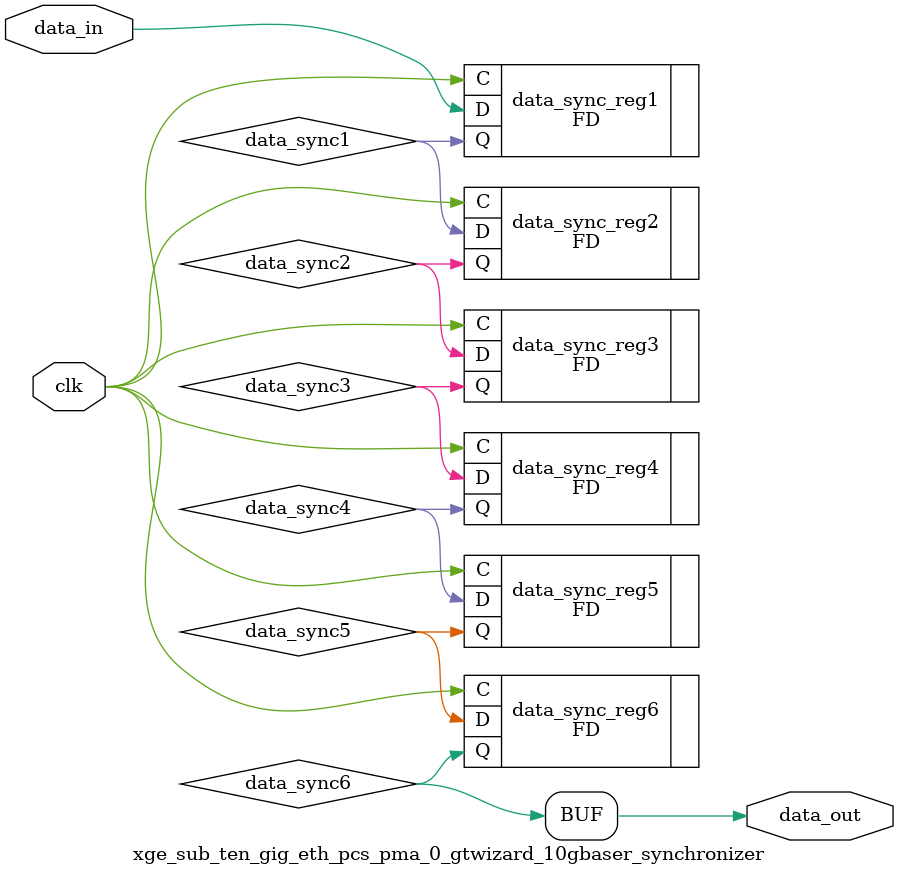
<source format=v>




`timescale 1ps / 1ps

//(* dont_touch = "yes" *)
module xge_sub_ten_gig_eth_pcs_pma_0_gtwizard_10gbaser_synchronizer #(
  parameter INITIALISE = 6'b000000
)
(
  input        clk,              // clock to be sync'ed to
  input        data_in,          // Data to be 'synced'
  output       data_out          // synced data
);

  // Internal Signals
  wire data_sync1;
  wire data_sync2;
  wire data_sync3;
  wire data_sync4;
  wire data_sync5;
  wire data_sync6;


  (* shreg_extract = "no", ASYNC_REG = "TRUE" *)
  FD #(
    .INIT (INITIALISE[0])
  ) data_sync_reg1 (
    .C  (clk),
    .D  (data_in),
    .Q  (data_sync1)
  );


  (* shreg_extract = "no", ASYNC_REG = "TRUE" *)
  FD #(
   .INIT (INITIALISE[1])
  ) data_sync_reg2 (
  .C  (clk),
  .D  (data_sync1),
  .Q  (data_sync2)
  );


  (* shreg_extract = "no", ASYNC_REG = "TRUE" *)
  FD #(
   .INIT (INITIALISE[2])
  ) data_sync_reg3 (
  .C  (clk),
  .D  (data_sync2),
  .Q  (data_sync3)
  );

  (* shreg_extract = "no", ASYNC_REG = "TRUE" *)
  FD #(
   .INIT (INITIALISE[3])
  ) data_sync_reg4 (
  .C  (clk),
  .D  (data_sync3),
  .Q  (data_sync4)
  );

  (* shreg_extract = "no", ASYNC_REG = "TRUE" *)
  FD #(
   .INIT (INITIALISE[4])
  ) data_sync_reg5 (
  .C  (clk),
  .D  (data_sync4),
  .Q  (data_sync5)
  );

  (* shreg_extract = "no", ASYNC_REG = "TRUE" *)
  FD #(
   .INIT (INITIALISE[5])
  ) data_sync_reg6 (
  .C  (clk),
  .D  (data_sync5),
  .Q  (data_sync6)
  );
  assign data_out = data_sync6;



endmodule


</source>
